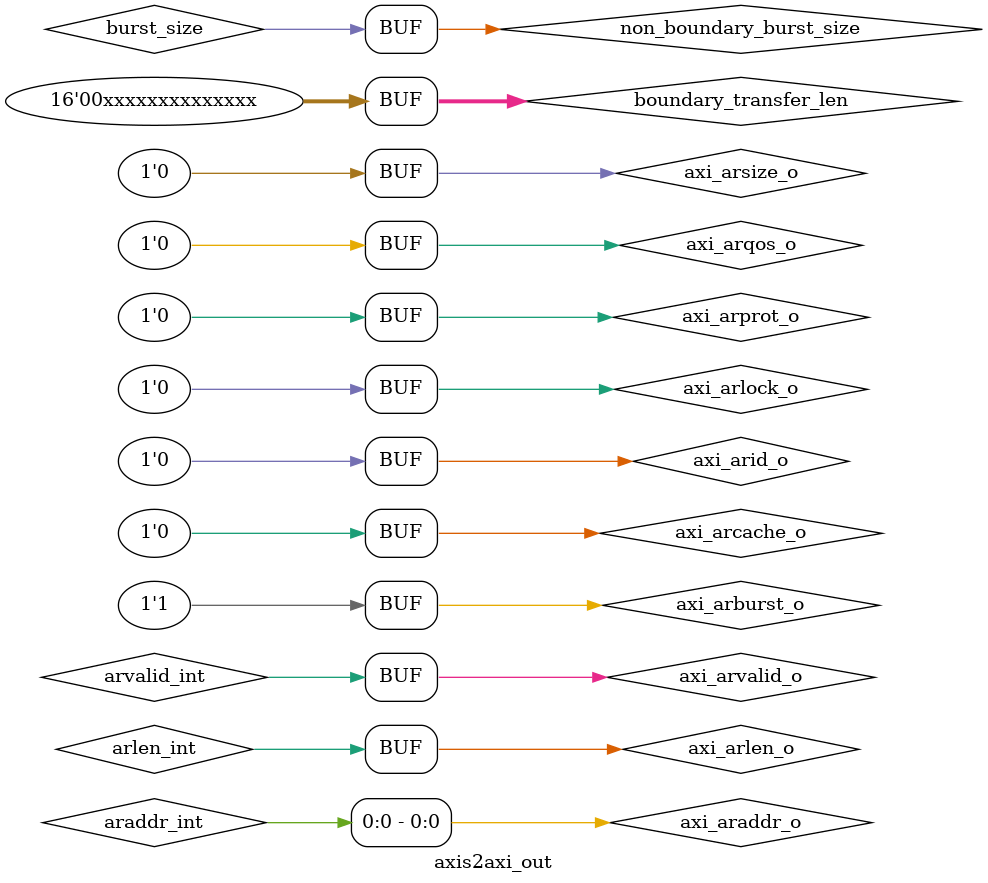
<source format=v>
`timescale 1ns / 1ps




module axis2axi_out #(
    parameter AXI_ADDR_W = 0,
    parameter AXI_DATA_W = 32,  // We currently only support 4 byte transfers
    parameter AXI_LEN_W  = 8,
    parameter AXI_ID_W   = 1,
    parameter BURST_W    = 0
) (
    `include "axis2axi_out_io.vs"
);

  localparam BURST_SIZE = 2 ** BURST_W;
  localparam BUFFER_W = BURST_W + 1;
  localparam BUFFER_SIZE = 2 ** BUFFER_W;

  localparam WAIT_START = 2'h0, BEGIN_LOCAL = 2'h1, TRANSFER = 2'h2, END_LOCAL = 2'h3;

  // Constants
  assign axi_arid_o    = 0;
  assign axi_arsize_o  = 2;
  assign axi_arburst_o = 1;
  assign axi_arlock_o  = 0;
  assign axi_arcache_o = 2;
  assign axi_arprot_o  = 2;
  assign axi_arqos_o   = 0;

  // Regs to assign to outputs
  reg              arvalid_int;
  reg  [     23:0] araddr_int;
  wire [BURST_W:0] arlen_int;

  // State regs
  reg  [      1:0] state_nxt;
  reg [AXI_ADDR_W-1:0] next_address, next_length;

  // Instantiation wires
  wire [AXI_ADDR_W-1:0] current_address, current_length;
  wire [1:0] state;

  // Logical wires and combinatorial regs
  wire doing_global_transfer = (state != 2'h0);
  wire doing_local_transfer = (state == 2'h3);
  wire [15:0] boundary_transfer_len = (16'h1000 - current_address[11:0]) >> 2;
  wire normal_burst_possible = (current_length >= BURST_SIZE);
  wire last_burst_possible = (current_length < BURST_SIZE);

  wire [BURST_W:0] burst_size;

  reg [BURST_W:0] non_boundary_burst_size;
  always @* begin
    non_boundary_burst_size = 0;

    if (last_burst_possible) begin
      non_boundary_burst_size = current_length;
    end
    if (normal_burst_possible) non_boundary_burst_size = BURST_SIZE;
  end

  generate
    if (AXI_ADDR_W >= 13) begin  // 4k boundary can only happen to LEN higher or equal to 13

      wire [12:0] boundary_transfer_len = (13'h1000 - current_address[11:0]) >> 2;

      reg [BURST_W:0] boundary_burst_size;
      always @* begin
        boundary_burst_size = non_boundary_burst_size;

        if (non_boundary_burst_size > boundary_transfer_len)
          boundary_burst_size = boundary_transfer_len;
      end

      assign burst_size = boundary_burst_size;

    end else begin
      assign burst_size = non_boundary_burst_size;
    end
  endgenerate

  wire [BURST_W:0] transfer_len = burst_size - 1;

  // Assignment to outputs
  assign axis_out_data_o    = axi_rdata_i;
  assign axis_out_valid_o   = (doing_local_transfer && axi_rvalid_i);
  assign axi_rready_o       = (doing_local_transfer && axis_out_ready_i);
  assign config_out_ready_o = (state == WAIT_START);

  assign axi_araddr_o       = araddr_int;
  assign axi_arlen_o        = arlen_int;
  assign axi_arvalid_o      = arvalid_int;

  always @* begin
    state_nxt    = state;
    arvalid_int  = 1'b0;
    next_address = current_address;
    next_length  = current_length;

    case (state)
      WAIT_START:
      if (config_out_valid_i) begin
        next_address = config_out_addr_i;
        next_length  = config_out_length_i;
        if (config_out_length_i == 0) state_nxt = WAIT_START;
        else state_nxt = BEGIN_LOCAL;
      end
      BEGIN_LOCAL: begin
        next_length = current_length - burst_size;
        state_nxt   = TRANSFER;
      end
      TRANSFER: begin
        araddr_int  = current_address;
        arvalid_int = 1'b1;
        if (axi_arready_i) state_nxt = END_LOCAL;
      end
      END_LOCAL:
      if (axi_rlast_i && axi_rvalid_i && axi_rready_o) begin
        next_address = current_address + ((axi_arlen_o + 1) << 2);
        if (current_length == 0) state_nxt = WAIT_START;
        else state_nxt = BEGIN_LOCAL;
      end
    endcase
  end

  iob_reg_re #(BURST_W + 1, 0) axi_length_reg (
      `include "clk_en_rst_s_s_portmap.vs"
      .rst_i (rst_i),
      .en_i  (state == BEGIN_LOCAL),
      .data_i(transfer_len),
      .data_o(arlen_int)
  );
  iob_reg_r #(AXI_ADDR_W, 0) address_reg (
      `include "clk_en_rst_s_s_portmap.vs"
      .rst_i (rst_i),
      .data_i(next_address),
      .data_o(current_address)
  );
  iob_reg_r #(AXI_ADDR_W, 0) length_reg (
      `include "clk_en_rst_s_s_portmap.vs"
      .rst_i (rst_i),
      .data_i(next_length),
      .data_o(current_length)
  );
  iob_reg_r #(2, 0) state_reg (
      `include "clk_en_rst_s_s_portmap.vs"
      .rst_i (rst_i),
      .data_i(state_nxt),
      .data_o(state)
  );

endmodule

</source>
